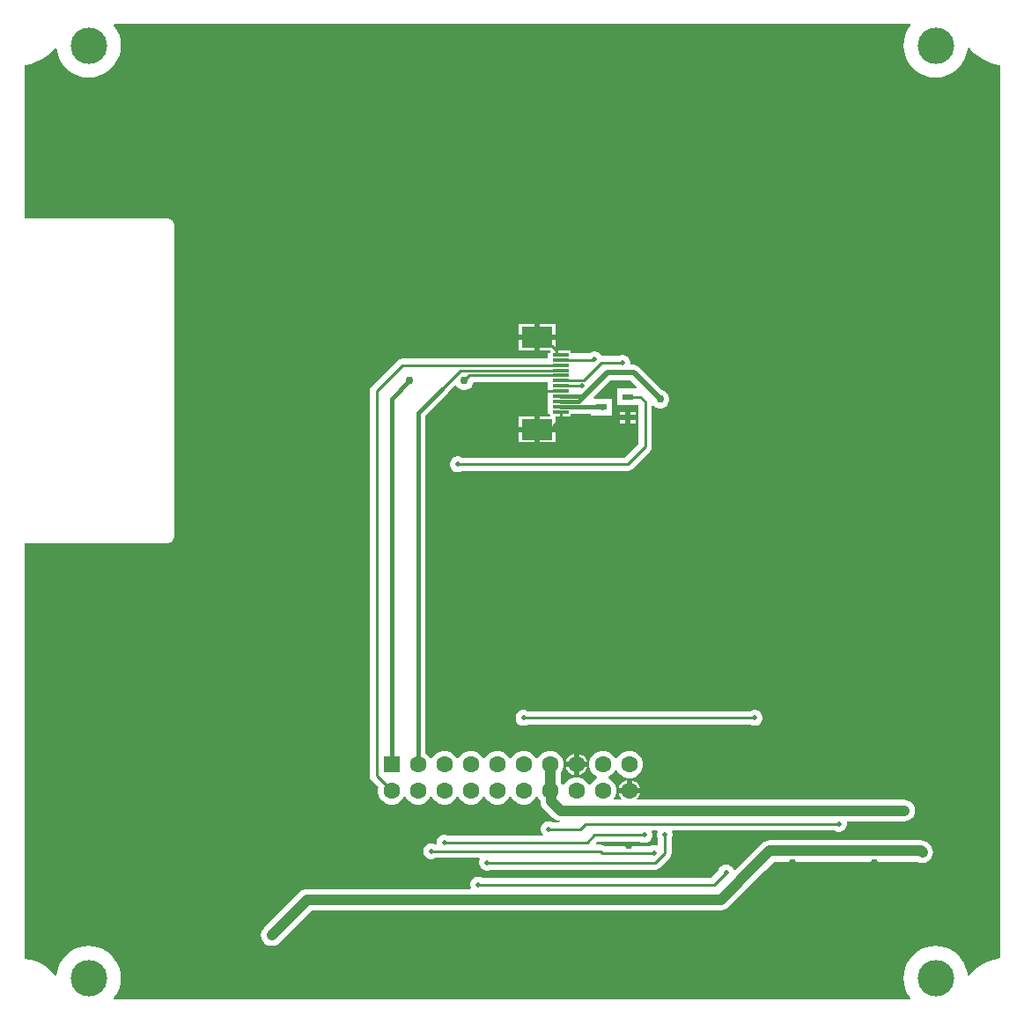
<source format=gbl>
G04*
G04 #@! TF.GenerationSoftware,Altium Limited,Altium Designer,23.10.1 (27)*
G04*
G04 Layer_Physical_Order=2*
G04 Layer_Color=16711680*
%FSLAX44Y44*%
%MOMM*%
G71*
G04*
G04 #@! TF.SameCoordinates,25226DB3-9521-4D1C-9E54-C7AF66E27BCA*
G04*
G04*
G04 #@! TF.FilePolarity,Positive*
G04*
G01*
G75*
%ADD10C,0.2540*%
%ADD31C,1.0160*%
%ADD32C,0.5080*%
%ADD34C,1.6000*%
%ADD35R,1.6000X1.6000*%
%ADD36C,3.5000*%
%ADD37C,0.5080*%
%ADD38C,0.7620*%
%ADD39R,1.0000X0.6000*%
%ADD40R,1.5000X0.3000*%
%ADD41R,3.0000X2.0000*%
%ADD42C,0.3810*%
G36*
X714254Y577790D02*
X713207Y576564D01*
X710671Y572425D01*
X708813Y567940D01*
X707680Y563220D01*
X707299Y558380D01*
X707680Y553540D01*
X708813Y548820D01*
X710671Y544335D01*
X713207Y540195D01*
X716360Y536504D01*
X720051Y533351D01*
X724191Y530815D01*
X728676Y528957D01*
X733396Y527823D01*
X738236Y527443D01*
X743076Y527823D01*
X747796Y528957D01*
X752281Y530815D01*
X756421Y533351D01*
X760112Y536504D01*
X763265Y540195D01*
X765801Y544335D01*
X767659Y548820D01*
X768792Y553540D01*
X768961Y555677D01*
X770269Y556111D01*
X773475Y552455D01*
X777993Y548493D01*
X782990Y545154D01*
X788379Y542497D01*
X794070Y540565D01*
X799964Y539393D01*
X800004Y539390D01*
Y-319521D01*
X794150Y-320685D01*
X788459Y-322617D01*
X783070Y-325275D01*
X778073Y-328613D01*
X773555Y-332575D01*
X770270Y-336322D01*
X768961Y-335887D01*
X768792Y-333740D01*
X767659Y-329020D01*
X765801Y-324535D01*
X763265Y-320396D01*
X760112Y-316704D01*
X756421Y-313551D01*
X752281Y-311015D01*
X747796Y-309157D01*
X743076Y-308023D01*
X738236Y-307643D01*
X733396Y-308023D01*
X728676Y-309157D01*
X724191Y-311015D01*
X720051Y-313551D01*
X716360Y-316704D01*
X713207Y-320396D01*
X710671Y-324535D01*
X708813Y-329020D01*
X707680Y-333740D01*
X707299Y-338580D01*
X707680Y-343420D01*
X708813Y-348140D01*
X710671Y-352625D01*
X713207Y-356765D01*
X714254Y-357990D01*
X713722Y-359144D01*
X-51722D01*
X-52254Y-357990D01*
X-51207Y-356765D01*
X-48671Y-352625D01*
X-46813Y-348140D01*
X-45679Y-343420D01*
X-45299Y-338580D01*
X-45679Y-333740D01*
X-46813Y-329020D01*
X-48671Y-324535D01*
X-51207Y-320396D01*
X-54360Y-316704D01*
X-58051Y-313551D01*
X-62191Y-311015D01*
X-66676Y-309157D01*
X-71396Y-308023D01*
X-76236Y-307643D01*
X-81076Y-308023D01*
X-85796Y-309157D01*
X-90281Y-311015D01*
X-94420Y-313551D01*
X-98112Y-316704D01*
X-101265Y-320396D01*
X-103801Y-324535D01*
X-105659Y-329020D01*
X-106792Y-333740D01*
X-106961Y-335877D01*
X-108269Y-336311D01*
X-111475Y-332655D01*
X-115993Y-328693D01*
X-120990Y-325354D01*
X-126379Y-322697D01*
X-132070Y-320765D01*
X-137964Y-319593D01*
X-138046Y-319587D01*
Y80044D01*
X0D01*
X2279Y80497D01*
X4212Y81788D01*
X5503Y83721D01*
X5957Y86000D01*
X5827Y86651D01*
Y385359D01*
X5954Y386000D01*
X5501Y388279D01*
X4210Y390210D01*
X2279Y391501D01*
X0Y391954D01*
X-138086D01*
Y539310D01*
X-138044Y539313D01*
X-132150Y540485D01*
X-126459Y542417D01*
X-121070Y545075D01*
X-116073Y548413D01*
X-111555Y552375D01*
X-108270Y556122D01*
X-106961Y555687D01*
X-106792Y553540D01*
X-105659Y548820D01*
X-103801Y544335D01*
X-101265Y540195D01*
X-98112Y536504D01*
X-94420Y533351D01*
X-90281Y530815D01*
X-85796Y528957D01*
X-81076Y527823D01*
X-76236Y527443D01*
X-71396Y527823D01*
X-66676Y528957D01*
X-62191Y530815D01*
X-58051Y533351D01*
X-54360Y536504D01*
X-51207Y540195D01*
X-48671Y544335D01*
X-46813Y548820D01*
X-45679Y553540D01*
X-45299Y558380D01*
X-45679Y563220D01*
X-46813Y567940D01*
X-48671Y572425D01*
X-51207Y576564D01*
X-52254Y577790D01*
X-51722Y578943D01*
X713722D01*
X714254Y577790D01*
D02*
G37*
%LPC*%
G36*
X372378Y290416D02*
X357378D01*
Y280416D01*
X372378D01*
Y290416D01*
D02*
G37*
G36*
X352298D02*
X337298D01*
Y280416D01*
X352298D01*
Y290416D01*
D02*
G37*
G36*
Y275336D02*
X337298D01*
Y265336D01*
X352298D01*
Y275336D01*
D02*
G37*
G36*
X372378D02*
X357378D01*
Y265336D01*
X366238D01*
X367399Y265073D01*
X367399Y263510D01*
X366501Y262612D01*
X364859D01*
Y257508D01*
X225379D01*
X222902Y257015D01*
X220801Y255611D01*
X195828Y230638D01*
X194424Y228538D01*
X193932Y226060D01*
Y-143848D01*
X194424Y-146326D01*
X195828Y-148426D01*
X202287Y-154886D01*
X201822Y-156622D01*
Y-160066D01*
X202713Y-163393D01*
X204435Y-166375D01*
X206871Y-168811D01*
X209853Y-170533D01*
X213180Y-171424D01*
X216624D01*
X219951Y-170533D01*
X222933Y-168811D01*
X225369Y-166375D01*
X226895Y-163732D01*
X227299Y-163619D01*
X227905D01*
X228309Y-163732D01*
X229835Y-166375D01*
X232271Y-168811D01*
X235253Y-170533D01*
X238580Y-171424D01*
X242024D01*
X245351Y-170533D01*
X248333Y-168811D01*
X250769Y-166375D01*
X252295Y-163732D01*
X252699Y-163619D01*
X253305D01*
X253709Y-163732D01*
X255235Y-166375D01*
X257671Y-168811D01*
X260653Y-170533D01*
X263980Y-171424D01*
X267424D01*
X270751Y-170533D01*
X273733Y-168811D01*
X276169Y-166375D01*
X277695Y-163732D01*
X278099Y-163619D01*
X278705D01*
X279109Y-163732D01*
X280635Y-166375D01*
X283071Y-168811D01*
X286053Y-170533D01*
X289380Y-171424D01*
X292824D01*
X296151Y-170533D01*
X299133Y-168811D01*
X301569Y-166375D01*
X303095Y-163732D01*
X303499Y-163619D01*
X304105D01*
X304509Y-163732D01*
X306035Y-166375D01*
X308471Y-168811D01*
X311453Y-170533D01*
X314780Y-171424D01*
X318224D01*
X321551Y-170533D01*
X324533Y-168811D01*
X326969Y-166375D01*
X328495Y-163732D01*
X328899Y-163619D01*
X329505D01*
X329909Y-163732D01*
X331435Y-166375D01*
X333871Y-168811D01*
X336853Y-170533D01*
X340180Y-171424D01*
X343624D01*
X346951Y-170533D01*
X349933Y-168811D01*
X352369Y-166375D01*
X353895Y-163732D01*
X354299Y-163619D01*
X354905D01*
X355309Y-163732D01*
X356835Y-166375D01*
X358172Y-167712D01*
Y-168021D01*
X358172Y-168021D01*
X358521Y-170674D01*
X359545Y-173145D01*
X361173Y-175268D01*
X370452Y-184546D01*
X370452Y-184546D01*
X372574Y-186175D01*
X375046Y-187199D01*
X376527Y-187394D01*
X376444Y-188664D01*
X370228D01*
X369143Y-188037D01*
X367205Y-187518D01*
X365199D01*
X363261Y-188037D01*
X361523Y-189041D01*
X360104Y-190459D01*
X359101Y-192197D01*
X358582Y-194135D01*
Y-196141D01*
X359101Y-198079D01*
X360104Y-199817D01*
X360805Y-200518D01*
X360279Y-201788D01*
X269728D01*
X268643Y-201161D01*
X266705Y-200642D01*
X264699D01*
X262761Y-201161D01*
X261023Y-202164D01*
X259604Y-203583D01*
X258601Y-205321D01*
X258082Y-207259D01*
Y-209265D01*
X257912Y-209487D01*
X256948Y-209939D01*
X256060Y-209427D01*
X254122Y-208907D01*
X252115D01*
X250177Y-209427D01*
X248440Y-210430D01*
X247021Y-211849D01*
X246018Y-213586D01*
X245499Y-215524D01*
Y-217530D01*
X246018Y-219468D01*
X247021Y-221206D01*
X248440Y-222625D01*
X250177Y-223628D01*
X252115Y-224147D01*
X254122D01*
X256060Y-223628D01*
X257145Y-223002D01*
X299409D01*
X300044Y-224102D01*
X299731Y-224643D01*
X299212Y-226581D01*
Y-228587D01*
X299731Y-230525D01*
X300735Y-232263D01*
X302153Y-233682D01*
X303891Y-234685D01*
X305829Y-235204D01*
X307835D01*
X309773Y-234685D01*
X310543Y-234240D01*
X468194D01*
X470672Y-233747D01*
X472772Y-232344D01*
X482352Y-222764D01*
X483756Y-220664D01*
X484248Y-218186D01*
Y-204686D01*
X484875Y-203601D01*
X485394Y-201663D01*
Y-199657D01*
X484875Y-197719D01*
X484787Y-197566D01*
X485422Y-196466D01*
X640880D01*
X641965Y-197093D01*
X643903Y-197612D01*
X645909D01*
X647847Y-197093D01*
X649585Y-196089D01*
X651003Y-194671D01*
X652007Y-192933D01*
X652526Y-190995D01*
Y-188989D01*
X652410Y-188555D01*
X653183Y-187548D01*
X708010D01*
X710662Y-187199D01*
X713134Y-186175D01*
X715256Y-184546D01*
X716885Y-182424D01*
X717908Y-179952D01*
X718258Y-177300D01*
X717908Y-174648D01*
X716885Y-172176D01*
X715256Y-170054D01*
X713134Y-168425D01*
X710662Y-167402D01*
X708010Y-167052D01*
X451496D01*
X450970Y-165782D01*
X451936Y-164816D01*
X453324Y-162412D01*
X453733Y-160884D01*
X433271D01*
X433680Y-162412D01*
X435068Y-164816D01*
X436035Y-165782D01*
X435508Y-167052D01*
X429614D01*
X428911Y-165782D01*
X430291Y-163393D01*
X431182Y-160066D01*
Y-156622D01*
X430291Y-153295D01*
X428569Y-150313D01*
X426133Y-147877D01*
X423490Y-146351D01*
X423377Y-145947D01*
Y-145341D01*
X423490Y-144937D01*
X426133Y-143411D01*
X428569Y-140975D01*
X430095Y-138332D01*
X430499Y-138219D01*
X431105D01*
X431509Y-138332D01*
X433035Y-140975D01*
X435471Y-143411D01*
X438453Y-145133D01*
X441780Y-146024D01*
X445224D01*
X448551Y-145133D01*
X451533Y-143411D01*
X453969Y-140975D01*
X455691Y-137993D01*
X456582Y-134666D01*
Y-131222D01*
X455691Y-127895D01*
X453969Y-124913D01*
X451533Y-122477D01*
X448551Y-120755D01*
X445224Y-119864D01*
X441780D01*
X438453Y-120755D01*
X435471Y-122477D01*
X433035Y-124913D01*
X431509Y-127556D01*
X431105Y-127669D01*
X430499D01*
X430095Y-127556D01*
X428569Y-124913D01*
X426133Y-122477D01*
X423151Y-120755D01*
X419824Y-119864D01*
X416380D01*
X413053Y-120755D01*
X410071Y-122477D01*
X407635Y-124913D01*
X405913Y-127895D01*
X405022Y-131222D01*
Y-134666D01*
X405913Y-137993D01*
X407635Y-140975D01*
X410071Y-143411D01*
X412714Y-144937D01*
X412827Y-145341D01*
Y-145947D01*
X412714Y-146351D01*
X410071Y-147877D01*
X407635Y-150313D01*
X406109Y-152956D01*
X405705Y-153069D01*
X405099D01*
X404695Y-152956D01*
X403169Y-150313D01*
X400733Y-147877D01*
X397751Y-146155D01*
X394424Y-145264D01*
X390980D01*
X387653Y-146155D01*
X384671Y-147877D01*
X382235Y-150313D01*
X380709Y-152956D01*
X380305Y-153069D01*
X379699D01*
X379295Y-152956D01*
X377769Y-150313D01*
X377550Y-150094D01*
Y-141194D01*
X377769Y-140975D01*
X379491Y-137993D01*
X380382Y-134666D01*
Y-131222D01*
X379491Y-127895D01*
X377769Y-124913D01*
X375333Y-122477D01*
X372351Y-120755D01*
X369024Y-119864D01*
X365580D01*
X362253Y-120755D01*
X359271Y-122477D01*
X356835Y-124913D01*
X355309Y-127556D01*
X354905Y-127669D01*
X354299D01*
X353895Y-127556D01*
X352369Y-124913D01*
X349933Y-122477D01*
X346951Y-120755D01*
X343624Y-119864D01*
X340180D01*
X336853Y-120755D01*
X333871Y-122477D01*
X331435Y-124913D01*
X329909Y-127556D01*
X329505Y-127669D01*
X328899D01*
X328495Y-127556D01*
X326969Y-124913D01*
X324533Y-122477D01*
X321551Y-120755D01*
X318224Y-119864D01*
X314780D01*
X311453Y-120755D01*
X308471Y-122477D01*
X306035Y-124913D01*
X304509Y-127556D01*
X304105Y-127669D01*
X303499D01*
X303095Y-127556D01*
X301569Y-124913D01*
X299133Y-122477D01*
X296151Y-120755D01*
X292824Y-119864D01*
X289380D01*
X286053Y-120755D01*
X283071Y-122477D01*
X280635Y-124913D01*
X279109Y-127556D01*
X278705Y-127669D01*
X278099D01*
X277695Y-127556D01*
X276169Y-124913D01*
X273733Y-122477D01*
X270751Y-120755D01*
X267424Y-119864D01*
X263980D01*
X260653Y-120755D01*
X257671Y-122477D01*
X255235Y-124913D01*
X253709Y-127556D01*
X253305Y-127669D01*
X252699D01*
X252295Y-127556D01*
X250769Y-124913D01*
X248333Y-122477D01*
X247347Y-121908D01*
Y202078D01*
X268380Y223110D01*
X269499Y224569D01*
X269830Y225368D01*
X276073Y231611D01*
X277333Y231446D01*
X277874Y230507D01*
X279529Y228852D01*
X281557Y227682D01*
X283818Y227076D01*
X286158D01*
X288419Y227682D01*
X290447Y228852D01*
X292102Y230507D01*
X293272Y232535D01*
X293815Y234559D01*
X364859D01*
Y224453D01*
Y209452D01*
Y204454D01*
X366501D01*
X367399Y203555D01*
X367399Y201997D01*
X366203Y201818D01*
X357436D01*
Y191818D01*
X372436D01*
Y200727D01*
X372436Y201818D01*
X373632Y201997D01*
X387479D01*
Y203907D01*
X397354D01*
X398280Y204029D01*
X406988D01*
Y202486D01*
X427148D01*
Y218646D01*
X409991D01*
X409505Y219819D01*
X425586Y235900D01*
X444618D01*
X450699Y229819D01*
X450213Y228646D01*
X431988D01*
Y212486D01*
X452148D01*
X452250Y211258D01*
Y175148D01*
X439278Y162176D01*
X282664D01*
X281579Y162803D01*
X279641Y163322D01*
X277635D01*
X275697Y162803D01*
X273959Y161800D01*
X272540Y160381D01*
X271537Y158643D01*
X271018Y156705D01*
Y154699D01*
X271537Y152761D01*
X272540Y151023D01*
X273959Y149605D01*
X275697Y148601D01*
X277635Y148082D01*
X279641D01*
X281579Y148601D01*
X282664Y149228D01*
X441960D01*
X444438Y149720D01*
X446538Y151124D01*
X463302Y167888D01*
X464706Y169988D01*
X465198Y172466D01*
Y211821D01*
X466468Y212347D01*
X467743Y211072D01*
X469771Y209902D01*
X472032Y209296D01*
X474372D01*
X476633Y209902D01*
X478661Y211072D01*
X480316Y212727D01*
X481486Y214755D01*
X482092Y217016D01*
Y219356D01*
X481486Y221617D01*
X480316Y223645D01*
X478661Y225300D01*
X476633Y226470D01*
X475477Y226780D01*
X453237Y249021D01*
X451645Y250242D01*
X449791Y251010D01*
X447802Y251272D01*
X445239D01*
X444500Y252235D01*
Y254241D01*
X443981Y256179D01*
X442977Y257917D01*
X441559Y259335D01*
X439821Y260339D01*
X437883Y260858D01*
X435877D01*
X433939Y260339D01*
X432854Y259712D01*
X417177D01*
X416307Y261219D01*
X414889Y262638D01*
X413151Y263641D01*
X411213Y264160D01*
X409207D01*
X407269Y263641D01*
X405531Y262638D01*
X405400Y262506D01*
X390019D01*
Y262612D01*
X387479D01*
Y265073D01*
X373539D01*
X372378Y265336D01*
X372378Y266343D01*
Y275336D01*
D02*
G37*
G36*
X449608Y206106D02*
X444608D01*
Y203106D01*
X449608D01*
Y206106D01*
D02*
G37*
G36*
X439528D02*
X434528D01*
Y203106D01*
X439528D01*
Y206106D01*
D02*
G37*
G36*
X449608Y198026D02*
X444608D01*
Y195026D01*
X449608D01*
Y198026D01*
D02*
G37*
G36*
X439528D02*
X434528D01*
Y195026D01*
X439528D01*
Y198026D01*
D02*
G37*
G36*
X352356Y201818D02*
X337356D01*
Y191818D01*
X352356D01*
Y201818D01*
D02*
G37*
G36*
X372436Y186738D02*
X357436D01*
Y176738D01*
X372436D01*
Y186738D01*
D02*
G37*
G36*
X352356D02*
X337356D01*
Y176738D01*
X352356D01*
Y186738D01*
D02*
G37*
G36*
X565119Y-80754D02*
X563113D01*
X561175Y-81273D01*
X560090Y-81900D01*
X345928D01*
X344843Y-81273D01*
X342905Y-80754D01*
X340899D01*
X338961Y-81273D01*
X337223Y-82276D01*
X335804Y-83695D01*
X334801Y-85433D01*
X334282Y-87371D01*
Y-89377D01*
X334801Y-91315D01*
X335804Y-93053D01*
X337223Y-94472D01*
X338961Y-95475D01*
X340899Y-95994D01*
X342905D01*
X344843Y-95475D01*
X345928Y-94848D01*
X560090D01*
X561175Y-95475D01*
X563113Y-95994D01*
X565119D01*
X567057Y-95475D01*
X568795Y-94472D01*
X570214Y-93053D01*
X571217Y-91315D01*
X571736Y-89377D01*
Y-87371D01*
X571217Y-85433D01*
X570214Y-83695D01*
X568795Y-82276D01*
X567057Y-81273D01*
X565119Y-80754D01*
D02*
G37*
G36*
X395242Y-122713D02*
Y-130404D01*
X402933D01*
X402524Y-128876D01*
X401136Y-126472D01*
X399174Y-124510D01*
X396770Y-123122D01*
X395242Y-122713D01*
D02*
G37*
G36*
X390162D02*
X388634Y-123122D01*
X386230Y-124510D01*
X384268Y-126472D01*
X382880Y-128876D01*
X382471Y-130404D01*
X390162D01*
Y-122713D01*
D02*
G37*
G36*
X402933Y-135484D02*
X395242D01*
Y-143175D01*
X396770Y-142766D01*
X399174Y-141378D01*
X401136Y-139416D01*
X402524Y-137012D01*
X402933Y-135484D01*
D02*
G37*
G36*
X390162D02*
X382471D01*
X382880Y-137012D01*
X384268Y-139416D01*
X386230Y-141378D01*
X388634Y-142766D01*
X390162Y-143175D01*
Y-135484D01*
D02*
G37*
G36*
X446042Y-148113D02*
Y-155804D01*
X453733D01*
X453324Y-154276D01*
X451936Y-151872D01*
X449974Y-149910D01*
X447570Y-148522D01*
X446042Y-148113D01*
D02*
G37*
G36*
X440962D02*
X439434Y-148522D01*
X437030Y-149910D01*
X435068Y-151872D01*
X433680Y-154276D01*
X433271Y-155804D01*
X440962D01*
Y-148113D01*
D02*
G37*
G36*
X724266Y-205914D02*
X724266Y-205914D01*
X578470D01*
X575818Y-206264D01*
X573346Y-207287D01*
X571224Y-208916D01*
X571224Y-208916D01*
X559540Y-220600D01*
X559540Y-220600D01*
X545379Y-234761D01*
X543962Y-234382D01*
X543803Y-233787D01*
X542799Y-232049D01*
X541381Y-230630D01*
X539643Y-229627D01*
X537705Y-229108D01*
X535699D01*
X533761Y-229627D01*
X532023Y-230630D01*
X530605Y-232049D01*
X529601Y-233787D01*
X529277Y-234997D01*
X522082Y-242192D01*
X302222D01*
X301137Y-241565D01*
X299199Y-241046D01*
X297193D01*
X295255Y-241565D01*
X293517Y-242568D01*
X292099Y-243987D01*
X291095Y-245725D01*
X290576Y-247663D01*
Y-249669D01*
X291035Y-251380D01*
X290417Y-252650D01*
X133970D01*
X131318Y-252999D01*
X128846Y-254023D01*
X126724Y-255652D01*
X126724Y-255652D01*
X92434Y-289942D01*
X90805Y-292064D01*
X89782Y-294536D01*
X89432Y-297188D01*
X89782Y-299840D01*
X90805Y-302312D01*
X92434Y-304434D01*
X94556Y-306063D01*
X97028Y-307087D01*
X99680Y-307436D01*
X102332Y-307087D01*
X104804Y-306063D01*
X106926Y-304434D01*
X138215Y-273146D01*
X531734D01*
X531734Y-273146D01*
X534386Y-272796D01*
X536858Y-271773D01*
X538980Y-270144D01*
X574032Y-235092D01*
X574032Y-235092D01*
X582715Y-226410D01*
X720661D01*
X722884Y-227330D01*
X725536Y-227680D01*
X728188Y-227330D01*
X730660Y-226307D01*
X732782Y-224678D01*
X734411Y-222556D01*
X735434Y-220084D01*
X735784Y-217432D01*
X735434Y-214780D01*
X734411Y-212308D01*
X732782Y-210186D01*
X731512Y-208916D01*
X729390Y-207287D01*
X726918Y-206264D01*
X724266Y-205914D01*
D02*
G37*
%LPD*%
G36*
X470761Y-197566D02*
X470673Y-197719D01*
X470154Y-199657D01*
Y-201663D01*
X470673Y-203601D01*
X471300Y-204686D01*
Y-210284D01*
X470200Y-210919D01*
X470047Y-210831D01*
X468109Y-210312D01*
X466103D01*
X464165Y-210831D01*
X463080Y-211458D01*
X420014D01*
X418649Y-210546D01*
X416171Y-210053D01*
X411887D01*
X411401Y-208880D01*
X412892Y-207388D01*
X453936D01*
X455021Y-208015D01*
X456959Y-208534D01*
X458965D01*
X460903Y-208015D01*
X462641Y-207012D01*
X464059Y-205593D01*
X465063Y-203855D01*
X465582Y-201917D01*
Y-199911D01*
X465063Y-197973D01*
X464828Y-197566D01*
X465463Y-196466D01*
X470126D01*
X470761Y-197566D01*
D02*
G37*
D10*
X340980Y224020D02*
X341667D01*
X343679Y226032D02*
X377439D01*
X341667Y224020D02*
X343679Y226032D01*
X370078Y192278D02*
X377439Y199639D01*
Y206037D01*
X373617Y261263D02*
X373847Y261033D01*
X363568Y269146D02*
X369326D01*
X354838Y277876D02*
X363568Y269146D01*
X373847Y261033D02*
X377439D01*
X373617Y261263D02*
Y264855D01*
X369326Y269146D02*
X373617Y264855D01*
X416814Y253238D02*
X436880D01*
X399608Y236032D02*
X416814Y253238D01*
X377439Y236032D02*
X399608D01*
X397871Y231033D02*
X398018Y230886D01*
X377439Y231033D02*
X397871D01*
X409015Y256032D02*
X409523Y256540D01*
X410210D01*
X377439Y256032D02*
X409015D01*
X458724Y172466D02*
Y215900D01*
X442068Y220566D02*
X454058D01*
X458724Y215900D01*
X441960Y155702D02*
X458724Y172466D01*
X278638Y155702D02*
X441960D01*
X284988Y235966D02*
X290055Y241033D01*
X377439D01*
X263398Y228092D02*
X281338Y246032D01*
X377439D01*
X200406Y226060D02*
X225379Y251033D01*
X377439D01*
X200406Y-143848D02*
Y226060D01*
Y-143848D02*
X214902Y-158344D01*
X341902Y-88374D02*
X564116D01*
X417576Y-217932D02*
X467106D01*
X416171Y-216527D02*
X417576Y-217932D01*
X253119Y-216527D02*
X416171D01*
X524764Y-248666D02*
X536702Y-236728D01*
X298196Y-248666D02*
X524764D01*
X306832Y-227584D02*
X307014Y-227766D01*
X468194D01*
X401320Y-189992D02*
X644906D01*
X396174Y-195138D02*
X401320Y-189992D01*
X366202Y-195138D02*
X396174D01*
X477774Y-218186D02*
Y-200660D01*
X468194Y-227766D02*
X477774Y-218186D01*
X410210Y-200914D02*
X457962D01*
X402862Y-208262D02*
X410210Y-200914D01*
X265702Y-208262D02*
X402862D01*
D31*
X377698Y-177300D02*
X551800D01*
X368419Y-168021D02*
Y-159461D01*
X367302Y-158344D02*
X368419Y-159461D01*
Y-168021D02*
X377698Y-177300D01*
X367302Y-158344D02*
Y-132944D01*
X629905Y-177300D02*
X708010D01*
X551800D02*
X629905D01*
X220330Y-262898D02*
X457566D01*
X133970D02*
X220330D01*
X99680Y-297188D02*
X133970Y-262898D01*
X724266Y-216162D02*
X725536Y-217432D01*
X566786Y-227846D02*
X578470Y-216162D01*
X724266D01*
X457566Y-262898D02*
X531734D01*
X566786Y-227846D01*
D32*
X399849Y221033D02*
X422402Y243586D01*
X447802D01*
X473202Y218186D01*
D34*
X240302Y-132944D02*
D03*
X214902Y-158344D02*
D03*
X392702Y-132944D02*
D03*
X240302Y-158344D02*
D03*
X443502Y-132944D02*
D03*
X418102D02*
D03*
Y-158344D02*
D03*
X443502D02*
D03*
X392702D02*
D03*
X367302D02*
D03*
X341902D02*
D03*
X316502D02*
D03*
X291102D02*
D03*
X265702D02*
D03*
X367302Y-132944D02*
D03*
X341902D02*
D03*
X316502D02*
D03*
X291102D02*
D03*
X265702D02*
D03*
D35*
X214902D02*
D03*
D36*
X-76236Y-338580D02*
D03*
X738236D02*
D03*
X-76236Y558380D02*
D03*
X738236D02*
D03*
D37*
X786750Y521200D02*
D03*
Y475480D02*
D03*
Y429760D02*
D03*
Y384040D02*
D03*
Y338320D02*
D03*
Y292600D02*
D03*
Y246880D02*
D03*
Y201160D02*
D03*
Y155440D02*
D03*
Y109720D02*
D03*
Y64000D02*
D03*
Y18280D02*
D03*
Y-27440D02*
D03*
Y-73160D02*
D03*
Y-118880D02*
D03*
Y-164600D02*
D03*
Y-210320D02*
D03*
Y-256040D02*
D03*
Y-301760D02*
D03*
X775320Y544060D02*
D03*
X763890Y521200D02*
D03*
X775320Y498340D02*
D03*
X763890Y475480D02*
D03*
X775320Y452620D02*
D03*
X763890Y429760D02*
D03*
X775320Y406900D02*
D03*
X763890Y384040D02*
D03*
X775320Y361180D02*
D03*
X763890Y338320D02*
D03*
X775320Y315460D02*
D03*
X763890Y292600D02*
D03*
X775320Y269740D02*
D03*
X763890Y246880D02*
D03*
X775320Y224020D02*
D03*
X763890Y201160D02*
D03*
X775320Y178300D02*
D03*
X763890Y155440D02*
D03*
X775320Y132580D02*
D03*
X763890Y109720D02*
D03*
X775320Y86860D02*
D03*
X763890Y64000D02*
D03*
X775320Y41140D02*
D03*
X763890Y18280D02*
D03*
X775320Y-4580D02*
D03*
X763890Y-27440D02*
D03*
X775320Y-50300D02*
D03*
X763890Y-73160D02*
D03*
X775320Y-96020D02*
D03*
X763890Y-118880D02*
D03*
X775320Y-141740D02*
D03*
X763890Y-164600D02*
D03*
X775320Y-187460D02*
D03*
X763890Y-210320D02*
D03*
X775320Y-233180D02*
D03*
X763890Y-256040D02*
D03*
X775320Y-278900D02*
D03*
X763890Y-301760D02*
D03*
X775320Y-324620D02*
D03*
X741030Y521200D02*
D03*
X752460Y498340D02*
D03*
X741030Y475480D02*
D03*
X752460Y452620D02*
D03*
X741030Y429760D02*
D03*
X752460Y406900D02*
D03*
X741030Y384040D02*
D03*
X752460Y361180D02*
D03*
X741030Y338320D02*
D03*
X752460Y315460D02*
D03*
X741030Y292600D02*
D03*
X752460Y269740D02*
D03*
X741030Y246880D02*
D03*
X752460Y224020D02*
D03*
X741030Y201160D02*
D03*
X752460Y178300D02*
D03*
X741030Y155440D02*
D03*
X752460Y132580D02*
D03*
X741030Y109720D02*
D03*
X752460Y86860D02*
D03*
X741030Y64000D02*
D03*
X752460Y41140D02*
D03*
X741030Y18280D02*
D03*
X752460Y-4580D02*
D03*
X741030Y-27440D02*
D03*
X752460Y-50300D02*
D03*
X741030Y-73160D02*
D03*
X752460Y-96020D02*
D03*
X741030Y-118880D02*
D03*
X752460Y-141740D02*
D03*
X741030Y-164600D02*
D03*
X752460Y-187460D02*
D03*
X741030Y-210320D02*
D03*
X752460Y-233180D02*
D03*
X741030Y-256040D02*
D03*
X752460Y-278900D02*
D03*
X741030Y-301760D02*
D03*
X718170Y521200D02*
D03*
X729600Y498340D02*
D03*
X718170Y475480D02*
D03*
X729600Y452620D02*
D03*
X718170Y429760D02*
D03*
X729600Y406900D02*
D03*
X718170Y384040D02*
D03*
X729600Y361180D02*
D03*
X718170Y338320D02*
D03*
X729600Y315460D02*
D03*
X718170Y292600D02*
D03*
X729600Y269740D02*
D03*
X718170Y246880D02*
D03*
X729600Y224020D02*
D03*
X718170Y201160D02*
D03*
X729600Y178300D02*
D03*
Y-233180D02*
D03*
X718170Y-256040D02*
D03*
X729600Y-278900D02*
D03*
X718170Y-301760D02*
D03*
X695310Y566920D02*
D03*
X706740Y544060D02*
D03*
X695310Y521200D02*
D03*
X706740Y498340D02*
D03*
X695310Y475480D02*
D03*
X706740Y452620D02*
D03*
X695310Y429760D02*
D03*
X706740Y406900D02*
D03*
X695310Y384040D02*
D03*
X706740Y361180D02*
D03*
X695310Y338320D02*
D03*
X706740Y315460D02*
D03*
X695310Y292600D02*
D03*
X706740Y269740D02*
D03*
X695310Y246880D02*
D03*
X706740Y224020D02*
D03*
X695310Y155440D02*
D03*
X706740Y132580D02*
D03*
X695310Y109720D02*
D03*
X706740Y86860D02*
D03*
X695310Y64000D02*
D03*
X706740Y41140D02*
D03*
X695310Y18280D02*
D03*
X706740Y-4580D02*
D03*
X695310Y-27440D02*
D03*
X706740Y-50300D02*
D03*
X695310Y-73160D02*
D03*
X706740Y-96020D02*
D03*
X695310Y-118880D02*
D03*
X706740Y-141740D02*
D03*
X695310Y-256040D02*
D03*
Y-301760D02*
D03*
X706740Y-324620D02*
D03*
X695310Y-347480D02*
D03*
X672450Y566920D02*
D03*
X683880Y544060D02*
D03*
X672450Y521200D02*
D03*
X683880Y498340D02*
D03*
X672450Y475480D02*
D03*
X683880Y452620D02*
D03*
X672450Y429760D02*
D03*
X683880Y406900D02*
D03*
X672450Y384040D02*
D03*
X683880Y361180D02*
D03*
X672450Y338320D02*
D03*
X683880Y315460D02*
D03*
X672450Y292600D02*
D03*
X683880Y269740D02*
D03*
X672450Y246880D02*
D03*
X683880Y224020D02*
D03*
Y178300D02*
D03*
X672450Y155440D02*
D03*
X683880Y132580D02*
D03*
X672450Y109720D02*
D03*
X683880Y86860D02*
D03*
X672450Y64000D02*
D03*
X683880Y41140D02*
D03*
X672450Y18280D02*
D03*
X683880Y-4580D02*
D03*
X672450Y-27440D02*
D03*
X683880Y-50300D02*
D03*
X672450Y-73160D02*
D03*
X683880Y-96020D02*
D03*
X672450Y-118880D02*
D03*
X683880Y-141740D02*
D03*
X672450Y-256040D02*
D03*
Y-301760D02*
D03*
X683880Y-324620D02*
D03*
X672450Y-347480D02*
D03*
X649590Y566920D02*
D03*
X661020Y544060D02*
D03*
X649590Y521200D02*
D03*
X661020Y498340D02*
D03*
X649590Y475480D02*
D03*
X661020Y452620D02*
D03*
X649590Y429760D02*
D03*
X661020Y406900D02*
D03*
X649590Y384040D02*
D03*
X661020Y361180D02*
D03*
X649590Y338320D02*
D03*
X661020Y315460D02*
D03*
X649590Y292600D02*
D03*
X661020Y269740D02*
D03*
X649590Y246880D02*
D03*
Y201160D02*
D03*
X661020Y178300D02*
D03*
X649590Y155440D02*
D03*
X661020Y132580D02*
D03*
X649590Y109720D02*
D03*
X661020Y86860D02*
D03*
X649590Y64000D02*
D03*
X661020Y41140D02*
D03*
X649590Y18280D02*
D03*
X661020Y-4580D02*
D03*
X649590Y-27440D02*
D03*
X661020Y-50300D02*
D03*
X649590Y-73160D02*
D03*
X661020Y-96020D02*
D03*
X649590Y-118880D02*
D03*
X661020Y-141740D02*
D03*
X649590Y-256040D02*
D03*
X661020Y-278900D02*
D03*
X649590Y-301760D02*
D03*
X661020Y-324620D02*
D03*
X649590Y-347480D02*
D03*
X626730Y566920D02*
D03*
X638160Y544060D02*
D03*
X626730Y521200D02*
D03*
X638160Y498340D02*
D03*
X626730Y475480D02*
D03*
X638160Y452620D02*
D03*
X626730Y429760D02*
D03*
X638160Y406900D02*
D03*
X626730Y384040D02*
D03*
X638160Y361180D02*
D03*
X626730Y338320D02*
D03*
X638160Y315460D02*
D03*
X626730Y292600D02*
D03*
X638160Y269740D02*
D03*
X626730Y246880D02*
D03*
Y201160D02*
D03*
X638160Y178300D02*
D03*
X626730Y155440D02*
D03*
X638160Y132580D02*
D03*
X626730Y109720D02*
D03*
X638160Y86860D02*
D03*
X626730Y64000D02*
D03*
X638160Y41140D02*
D03*
X626730Y18280D02*
D03*
X638160Y-4580D02*
D03*
X626730Y-27440D02*
D03*
X638160Y-50300D02*
D03*
X626730Y-73160D02*
D03*
X638160Y-96020D02*
D03*
X626730Y-118880D02*
D03*
X638160Y-141740D02*
D03*
Y-233180D02*
D03*
X626730Y-256040D02*
D03*
X638160Y-278900D02*
D03*
X626730Y-301760D02*
D03*
X638160Y-324620D02*
D03*
X626730Y-347480D02*
D03*
X603870Y566920D02*
D03*
X615300Y544060D02*
D03*
X603870Y521200D02*
D03*
X615300Y498340D02*
D03*
X603870Y475480D02*
D03*
X615300Y452620D02*
D03*
X603870Y429760D02*
D03*
X615300Y406900D02*
D03*
X603870Y384040D02*
D03*
X615300Y361180D02*
D03*
X603870Y338320D02*
D03*
X615300Y315460D02*
D03*
X603870Y292600D02*
D03*
X615300Y269740D02*
D03*
X603870Y246880D02*
D03*
Y201160D02*
D03*
X615300Y178300D02*
D03*
X603870Y155440D02*
D03*
X615300Y132580D02*
D03*
X603870Y109720D02*
D03*
X615300Y86860D02*
D03*
X603870Y64000D02*
D03*
X615300Y41140D02*
D03*
X603870Y18280D02*
D03*
X615300Y-4580D02*
D03*
X603870Y-27440D02*
D03*
X615300Y-50300D02*
D03*
X603870Y-73160D02*
D03*
X615300Y-96020D02*
D03*
X603870Y-118880D02*
D03*
X615300Y-141740D02*
D03*
X603870Y-256040D02*
D03*
X615300Y-324620D02*
D03*
X603870Y-347480D02*
D03*
X581010Y566920D02*
D03*
X592440Y544060D02*
D03*
X581010Y521200D02*
D03*
X592440Y498340D02*
D03*
X581010Y475480D02*
D03*
X592440Y452620D02*
D03*
X581010Y429760D02*
D03*
X592440Y406900D02*
D03*
X581010Y384040D02*
D03*
X592440Y361180D02*
D03*
X581010Y338320D02*
D03*
X592440Y315460D02*
D03*
X581010Y292600D02*
D03*
X592440Y269740D02*
D03*
X581010Y246880D02*
D03*
Y201160D02*
D03*
X592440Y178300D02*
D03*
X581010Y155440D02*
D03*
X592440Y132580D02*
D03*
X581010Y109720D02*
D03*
X592440Y86860D02*
D03*
X581010Y64000D02*
D03*
X592440Y41140D02*
D03*
X581010Y18280D02*
D03*
X592440Y-4580D02*
D03*
X581010Y-27440D02*
D03*
X592440Y-50300D02*
D03*
X581010Y-73160D02*
D03*
X592440Y-96020D02*
D03*
X581010Y-118880D02*
D03*
X592440Y-141740D02*
D03*
Y-324620D02*
D03*
X581010Y-347480D02*
D03*
X558150Y566920D02*
D03*
X569580Y544060D02*
D03*
X558150Y521200D02*
D03*
X569580Y498340D02*
D03*
X558150Y475480D02*
D03*
X569580Y452620D02*
D03*
X558150Y429760D02*
D03*
X569580Y406900D02*
D03*
X558150Y384040D02*
D03*
X569580Y361180D02*
D03*
X558150Y338320D02*
D03*
X569580Y315460D02*
D03*
X558150Y292600D02*
D03*
X569580Y269740D02*
D03*
X558150Y246880D02*
D03*
Y201160D02*
D03*
X569580Y178300D02*
D03*
X558150Y155440D02*
D03*
X569580Y132580D02*
D03*
X558150Y109720D02*
D03*
X569580Y86860D02*
D03*
X558150Y64000D02*
D03*
X569580Y41140D02*
D03*
X558150Y18280D02*
D03*
X569580Y-4580D02*
D03*
X558150Y-27440D02*
D03*
X569580Y-50300D02*
D03*
X558150Y-73160D02*
D03*
X569580Y-324620D02*
D03*
X558150Y-347480D02*
D03*
X535290Y566920D02*
D03*
X546720Y544060D02*
D03*
X535290Y521200D02*
D03*
X546720Y498340D02*
D03*
X535290Y475480D02*
D03*
X546720Y452620D02*
D03*
X535290Y429760D02*
D03*
X546720Y406900D02*
D03*
X535290Y384040D02*
D03*
X546720Y361180D02*
D03*
X535290Y338320D02*
D03*
X546720Y315460D02*
D03*
X535290Y292600D02*
D03*
X546720Y269740D02*
D03*
X535290Y246880D02*
D03*
Y201160D02*
D03*
X546720Y178300D02*
D03*
X535290Y155440D02*
D03*
X546720Y132580D02*
D03*
X535290Y109720D02*
D03*
X546720Y86860D02*
D03*
X535290Y64000D02*
D03*
X546720Y41140D02*
D03*
X535290Y18280D02*
D03*
X546720Y-4580D02*
D03*
X535290Y-27440D02*
D03*
X546720Y-50300D02*
D03*
X535290Y-73160D02*
D03*
Y-118880D02*
D03*
X546720Y-141740D02*
D03*
Y-324620D02*
D03*
X535290Y-347480D02*
D03*
X512430Y566920D02*
D03*
X523860Y544060D02*
D03*
X512430Y521200D02*
D03*
X523860Y498340D02*
D03*
X512430Y475480D02*
D03*
X523860Y452620D02*
D03*
X512430Y429760D02*
D03*
X523860Y406900D02*
D03*
X512430Y384040D02*
D03*
X523860Y361180D02*
D03*
X512430Y338320D02*
D03*
X523860Y315460D02*
D03*
X512430Y292600D02*
D03*
X523860Y269740D02*
D03*
X512430Y246880D02*
D03*
Y201160D02*
D03*
X523860Y178300D02*
D03*
X512430Y155440D02*
D03*
X523860Y132580D02*
D03*
X512430Y109720D02*
D03*
X523860Y86860D02*
D03*
X512430Y64000D02*
D03*
X523860Y41140D02*
D03*
X512430Y18280D02*
D03*
X523860Y-4580D02*
D03*
X512430Y-27440D02*
D03*
X523860Y-50300D02*
D03*
X512430Y-73160D02*
D03*
Y-118880D02*
D03*
X523860Y-141740D02*
D03*
Y-278900D02*
D03*
X512430Y-301760D02*
D03*
X523860Y-324620D02*
D03*
X512430Y-347480D02*
D03*
X489570Y566920D02*
D03*
X501000Y544060D02*
D03*
X489570Y521200D02*
D03*
X501000Y498340D02*
D03*
X489570Y475480D02*
D03*
X501000Y452620D02*
D03*
X489570Y429760D02*
D03*
X501000Y406900D02*
D03*
X489570Y384040D02*
D03*
X501000Y361180D02*
D03*
X489570Y338320D02*
D03*
X501000Y315460D02*
D03*
X489570Y292600D02*
D03*
X501000Y269740D02*
D03*
X489570Y246880D02*
D03*
Y201160D02*
D03*
X501000Y178300D02*
D03*
X489570Y155440D02*
D03*
X501000Y132580D02*
D03*
X489570Y109720D02*
D03*
X501000Y86860D02*
D03*
X489570Y64000D02*
D03*
X501000Y41140D02*
D03*
X489570Y18280D02*
D03*
X501000Y-4580D02*
D03*
X489570Y-27440D02*
D03*
X501000Y-50300D02*
D03*
X489570Y-73160D02*
D03*
Y-118880D02*
D03*
X501000Y-141740D02*
D03*
Y-233180D02*
D03*
Y-278900D02*
D03*
X489570Y-301760D02*
D03*
X501000Y-324620D02*
D03*
X489570Y-347480D02*
D03*
X466710Y566920D02*
D03*
X478140Y544060D02*
D03*
X466710Y521200D02*
D03*
X478140Y498340D02*
D03*
X466710Y475480D02*
D03*
X478140Y452620D02*
D03*
X466710Y429760D02*
D03*
X478140Y406900D02*
D03*
X466710Y384040D02*
D03*
X478140Y361180D02*
D03*
X466710Y338320D02*
D03*
X478140Y315460D02*
D03*
X466710Y292600D02*
D03*
X478140Y269740D02*
D03*
X466710Y246880D02*
D03*
X478140Y178300D02*
D03*
X466710Y155440D02*
D03*
X478140Y132580D02*
D03*
X466710Y109720D02*
D03*
X478140Y86860D02*
D03*
X466710Y64000D02*
D03*
X478140Y41140D02*
D03*
X466710Y18280D02*
D03*
X478140Y-4580D02*
D03*
X466710Y-27440D02*
D03*
X478140Y-50300D02*
D03*
X466710Y-73160D02*
D03*
Y-118880D02*
D03*
X478140Y-141740D02*
D03*
Y-233180D02*
D03*
Y-278900D02*
D03*
Y-324620D02*
D03*
X466710Y-347480D02*
D03*
X443850Y566920D02*
D03*
X455280Y544060D02*
D03*
X443850Y521200D02*
D03*
X455280Y498340D02*
D03*
X443850Y475480D02*
D03*
X455280Y452620D02*
D03*
X443850Y429760D02*
D03*
X455280Y406900D02*
D03*
X443850Y384040D02*
D03*
X455280Y361180D02*
D03*
X443850Y338320D02*
D03*
X455280Y315460D02*
D03*
X443850Y292600D02*
D03*
X455280Y269740D02*
D03*
Y132580D02*
D03*
Y86860D02*
D03*
Y41140D02*
D03*
Y-4580D02*
D03*
Y-50300D02*
D03*
X443850Y-347480D02*
D03*
X420990Y566920D02*
D03*
X432420Y544060D02*
D03*
X420990Y521200D02*
D03*
X432420Y498340D02*
D03*
X420990Y475480D02*
D03*
X432420Y452620D02*
D03*
X420990Y429760D02*
D03*
X432420Y406900D02*
D03*
X420990Y384040D02*
D03*
X432420Y361180D02*
D03*
X420990Y338320D02*
D03*
X432420Y315460D02*
D03*
X420990Y292600D02*
D03*
X432420Y269740D02*
D03*
Y178300D02*
D03*
Y132580D02*
D03*
Y86860D02*
D03*
Y41140D02*
D03*
Y-4580D02*
D03*
Y-50300D02*
D03*
X420990Y-347480D02*
D03*
X398130Y566920D02*
D03*
X409560Y544060D02*
D03*
X398130Y521200D02*
D03*
X409560Y498340D02*
D03*
X398130Y475480D02*
D03*
X409560Y452620D02*
D03*
X398130Y429760D02*
D03*
X409560Y406900D02*
D03*
X398130Y384040D02*
D03*
X409560Y361180D02*
D03*
X398130Y338320D02*
D03*
X409560Y315460D02*
D03*
X398130Y292600D02*
D03*
X409560Y269740D02*
D03*
Y-324620D02*
D03*
X398130Y-347480D02*
D03*
X375270Y566920D02*
D03*
X386700Y544060D02*
D03*
X375270Y521200D02*
D03*
X386700Y498340D02*
D03*
X375270Y475480D02*
D03*
X386700Y452620D02*
D03*
X375270Y429760D02*
D03*
X386700Y406900D02*
D03*
X375270Y384040D02*
D03*
X386700Y361180D02*
D03*
X375270Y338320D02*
D03*
X386700Y315460D02*
D03*
Y132580D02*
D03*
X375270Y109720D02*
D03*
X386700Y86860D02*
D03*
X375270Y64000D02*
D03*
X386700Y41140D02*
D03*
X375270Y18280D02*
D03*
X386700Y-4580D02*
D03*
X375270Y-27440D02*
D03*
X386700Y-50300D02*
D03*
X375270Y-73160D02*
D03*
Y-301760D02*
D03*
X386700Y-324620D02*
D03*
X375270Y-347480D02*
D03*
X352410Y566920D02*
D03*
X363840Y544060D02*
D03*
X352410Y521200D02*
D03*
X363840Y498340D02*
D03*
X352410Y475480D02*
D03*
X363840Y452620D02*
D03*
X352410Y429760D02*
D03*
X363840Y406900D02*
D03*
X352410Y384040D02*
D03*
X363840Y361180D02*
D03*
X352410Y338320D02*
D03*
X363840Y315460D02*
D03*
Y132580D02*
D03*
X352410Y109720D02*
D03*
X363840Y86860D02*
D03*
X352410Y64000D02*
D03*
X363840Y41140D02*
D03*
X352410Y18280D02*
D03*
X363840Y-4580D02*
D03*
X352410Y-27440D02*
D03*
X363840Y-50300D02*
D03*
X352410Y-73160D02*
D03*
Y-118880D02*
D03*
Y-301760D02*
D03*
X363840Y-324620D02*
D03*
X329550Y566920D02*
D03*
X340980Y544060D02*
D03*
X329550Y521200D02*
D03*
X340980Y498340D02*
D03*
X329550Y475480D02*
D03*
X340980Y452620D02*
D03*
X329550Y429760D02*
D03*
X340980Y406900D02*
D03*
X329550Y384040D02*
D03*
X340980Y361180D02*
D03*
X329550Y338320D02*
D03*
X340980Y315460D02*
D03*
Y224020D02*
D03*
Y132580D02*
D03*
X329550Y109720D02*
D03*
X340980Y86860D02*
D03*
X329550Y64000D02*
D03*
X340980Y41140D02*
D03*
X329550Y18280D02*
D03*
X340980Y-4580D02*
D03*
X329550Y-27440D02*
D03*
X340980Y-50300D02*
D03*
X329550Y-73160D02*
D03*
Y-118880D02*
D03*
X340980Y-278900D02*
D03*
X329550Y-301760D02*
D03*
X306690Y566920D02*
D03*
X318120Y544060D02*
D03*
X306690Y521200D02*
D03*
X318120Y498340D02*
D03*
X306690Y475480D02*
D03*
X318120Y452620D02*
D03*
X306690Y429760D02*
D03*
X318120Y406900D02*
D03*
X306690Y384040D02*
D03*
X318120Y361180D02*
D03*
X306690Y338320D02*
D03*
X318120Y315460D02*
D03*
X306690Y292600D02*
D03*
X318120Y269740D02*
D03*
Y224020D02*
D03*
X306690Y201160D02*
D03*
X318120Y178300D02*
D03*
Y132580D02*
D03*
X306690Y109720D02*
D03*
X318120Y86860D02*
D03*
X306690Y64000D02*
D03*
X318120Y41140D02*
D03*
X306690Y18280D02*
D03*
X318120Y-4580D02*
D03*
X306690Y-27440D02*
D03*
X318120Y-50300D02*
D03*
X306690Y-73160D02*
D03*
X318120Y-96020D02*
D03*
X306690Y-118880D02*
D03*
X318120Y-278900D02*
D03*
X306690Y-301760D02*
D03*
X283830Y566920D02*
D03*
X295260Y544060D02*
D03*
X283830Y521200D02*
D03*
X295260Y498340D02*
D03*
X283830Y475480D02*
D03*
X295260Y452620D02*
D03*
X283830Y429760D02*
D03*
X295260Y406900D02*
D03*
X283830Y384040D02*
D03*
X295260Y361180D02*
D03*
X283830Y338320D02*
D03*
X295260Y315460D02*
D03*
X283830Y292600D02*
D03*
X295260Y269740D02*
D03*
Y224020D02*
D03*
X283830Y201160D02*
D03*
X295260Y178300D02*
D03*
Y132580D02*
D03*
X283830Y109720D02*
D03*
X295260Y86860D02*
D03*
X283830Y64000D02*
D03*
X295260Y41140D02*
D03*
X283830Y18280D02*
D03*
X295260Y-4580D02*
D03*
X283830Y-27440D02*
D03*
X295260Y-50300D02*
D03*
X283830Y-73160D02*
D03*
X295260Y-96020D02*
D03*
X283830Y-118880D02*
D03*
X295260Y-324620D02*
D03*
X283830Y-347480D02*
D03*
X260970Y566920D02*
D03*
X272400Y544060D02*
D03*
X260970Y521200D02*
D03*
X272400Y498340D02*
D03*
X260970Y475480D02*
D03*
X272400Y452620D02*
D03*
X260970Y429760D02*
D03*
X272400Y406900D02*
D03*
X260970Y384040D02*
D03*
X272400Y361180D02*
D03*
X260970Y338320D02*
D03*
X272400Y315460D02*
D03*
X260970Y292600D02*
D03*
X272400Y269740D02*
D03*
Y224020D02*
D03*
X260970Y201160D02*
D03*
X272400Y178300D02*
D03*
Y132580D02*
D03*
X260970Y109720D02*
D03*
X272400Y86860D02*
D03*
X260970Y64000D02*
D03*
X272400Y41140D02*
D03*
X260970Y18280D02*
D03*
X272400Y-4580D02*
D03*
X260970Y-27440D02*
D03*
X272400Y-50300D02*
D03*
X260970Y-73160D02*
D03*
X272400Y-96020D02*
D03*
Y-324620D02*
D03*
X260970Y-347480D02*
D03*
X238110Y566920D02*
D03*
X249540Y544060D02*
D03*
X238110Y521200D02*
D03*
X249540Y498340D02*
D03*
X238110Y475480D02*
D03*
X249540Y452620D02*
D03*
X238110Y429760D02*
D03*
X249540Y406900D02*
D03*
X238110Y384040D02*
D03*
X249540Y361180D02*
D03*
X238110Y338320D02*
D03*
X249540Y315460D02*
D03*
X238110Y292600D02*
D03*
X249540Y269740D02*
D03*
X238110Y-210320D02*
D03*
X249540Y-324620D02*
D03*
X238110Y-347480D02*
D03*
X215250Y566920D02*
D03*
X226680Y544060D02*
D03*
X215250Y521200D02*
D03*
X226680Y498340D02*
D03*
X215250Y475480D02*
D03*
X226680Y452620D02*
D03*
X215250Y429760D02*
D03*
X226680Y406900D02*
D03*
X215250Y384040D02*
D03*
X226680Y361180D02*
D03*
X215250Y338320D02*
D03*
X226680Y315460D02*
D03*
X215250Y292600D02*
D03*
X226680Y269740D02*
D03*
X215250Y-210320D02*
D03*
Y-301760D02*
D03*
X226680Y-324620D02*
D03*
X215250Y-347480D02*
D03*
X192390Y566920D02*
D03*
X203820Y544060D02*
D03*
X192390Y521200D02*
D03*
X203820Y498340D02*
D03*
X192390Y475480D02*
D03*
X203820Y452620D02*
D03*
X192390Y429760D02*
D03*
X203820Y406900D02*
D03*
X192390Y384040D02*
D03*
X203820Y361180D02*
D03*
X192390Y338320D02*
D03*
X203820Y315460D02*
D03*
X192390Y292600D02*
D03*
X203820Y269740D02*
D03*
X192390Y246880D02*
D03*
Y-164600D02*
D03*
Y-210320D02*
D03*
X203820Y-233180D02*
D03*
X192390Y-301760D02*
D03*
X203820Y-324620D02*
D03*
X192390Y-347480D02*
D03*
X169530Y566920D02*
D03*
X180960Y544060D02*
D03*
X169530Y521200D02*
D03*
X180960Y498340D02*
D03*
X169530Y475480D02*
D03*
X180960Y452620D02*
D03*
X169530Y429760D02*
D03*
X180960Y406900D02*
D03*
X169530Y384040D02*
D03*
X180960Y361180D02*
D03*
X169530Y338320D02*
D03*
X180960Y315460D02*
D03*
X169530Y292600D02*
D03*
X180960Y269740D02*
D03*
X169530Y246880D02*
D03*
X180960Y224020D02*
D03*
X169530Y201160D02*
D03*
X180960Y178300D02*
D03*
Y132580D02*
D03*
X169530Y109720D02*
D03*
X180960Y86860D02*
D03*
X169530Y64000D02*
D03*
X180960Y41140D02*
D03*
X169530Y18280D02*
D03*
X180960Y-4580D02*
D03*
X169530Y-27440D02*
D03*
X180960Y-50300D02*
D03*
X169530Y-73160D02*
D03*
X180960Y-96020D02*
D03*
X169530Y-118880D02*
D03*
X180960Y-141740D02*
D03*
X169530Y-210320D02*
D03*
X180960Y-233180D02*
D03*
X169530Y-301760D02*
D03*
X180960Y-324620D02*
D03*
X169530Y-347480D02*
D03*
X146670Y566920D02*
D03*
X158100Y544060D02*
D03*
X146670Y521200D02*
D03*
X158100Y498340D02*
D03*
X146670Y475480D02*
D03*
X158100Y452620D02*
D03*
X146670Y429760D02*
D03*
X158100Y406900D02*
D03*
X146670Y384040D02*
D03*
X158100Y361180D02*
D03*
X146670Y338320D02*
D03*
X158100Y315460D02*
D03*
X146670Y292600D02*
D03*
X158100Y269740D02*
D03*
X146670Y246880D02*
D03*
X158100Y224020D02*
D03*
X146670Y201160D02*
D03*
X158100Y178300D02*
D03*
X146670Y155440D02*
D03*
Y109720D02*
D03*
X158100Y86860D02*
D03*
X146670Y64000D02*
D03*
X158100Y41140D02*
D03*
X146670Y18280D02*
D03*
X158100Y-4580D02*
D03*
X146670Y-27440D02*
D03*
X158100Y-50300D02*
D03*
X146670Y-73160D02*
D03*
X158100Y-96020D02*
D03*
X146670Y-118880D02*
D03*
X158100Y-187460D02*
D03*
X146670Y-210320D02*
D03*
X158100Y-233180D02*
D03*
Y-278900D02*
D03*
X146670Y-301760D02*
D03*
X158100Y-324620D02*
D03*
X146670Y-347480D02*
D03*
X123810Y566920D02*
D03*
X135240Y544060D02*
D03*
X123810Y521200D02*
D03*
X135240Y498340D02*
D03*
X123810Y475480D02*
D03*
X135240Y452620D02*
D03*
X123810Y429760D02*
D03*
X135240Y406900D02*
D03*
X123810Y384040D02*
D03*
X135240Y361180D02*
D03*
X123810Y338320D02*
D03*
X135240Y315460D02*
D03*
X123810Y292600D02*
D03*
X135240Y269740D02*
D03*
X123810Y246880D02*
D03*
X135240Y224020D02*
D03*
X123810Y201160D02*
D03*
X135240Y178300D02*
D03*
X123810Y155440D02*
D03*
X135240Y132580D02*
D03*
X123810Y109720D02*
D03*
Y64000D02*
D03*
Y18280D02*
D03*
Y-27440D02*
D03*
Y-73160D02*
D03*
Y-118880D02*
D03*
X135240Y-187460D02*
D03*
Y-324620D02*
D03*
X123810Y-347480D02*
D03*
X100950Y566920D02*
D03*
X112380Y544060D02*
D03*
X100950Y521200D02*
D03*
X112380Y498340D02*
D03*
X100950Y475480D02*
D03*
X112380Y452620D02*
D03*
X100950Y429760D02*
D03*
X112380Y406900D02*
D03*
X100950Y384040D02*
D03*
X112380Y361180D02*
D03*
X100950Y338320D02*
D03*
X112380Y315460D02*
D03*
X100950Y292600D02*
D03*
X112380Y269740D02*
D03*
X100950Y246880D02*
D03*
X112380Y224020D02*
D03*
X100950Y201160D02*
D03*
X112380Y178300D02*
D03*
X100950Y155440D02*
D03*
X112380Y132580D02*
D03*
X100950Y109720D02*
D03*
X112380Y86860D02*
D03*
X100950Y64000D02*
D03*
X112380Y41140D02*
D03*
X100950Y18280D02*
D03*
X112380Y-4580D02*
D03*
X100950Y-27440D02*
D03*
X112380Y-50300D02*
D03*
X100950Y-73160D02*
D03*
X112380Y-96020D02*
D03*
X100950Y-118880D02*
D03*
X112380Y-141740D02*
D03*
X100950Y-164600D02*
D03*
X112380Y-187460D02*
D03*
X100950Y-210320D02*
D03*
X112380Y-324620D02*
D03*
X100950Y-347480D02*
D03*
X78090Y566920D02*
D03*
X89520Y544060D02*
D03*
X78090Y521200D02*
D03*
X89520Y498340D02*
D03*
X78090Y475480D02*
D03*
X89520Y452620D02*
D03*
X78090Y429760D02*
D03*
X89520Y406900D02*
D03*
X78090Y384040D02*
D03*
X89520Y361180D02*
D03*
X78090Y338320D02*
D03*
X89520Y315460D02*
D03*
X78090Y292600D02*
D03*
X89520Y269740D02*
D03*
X78090Y246880D02*
D03*
X89520Y224020D02*
D03*
X78090Y201160D02*
D03*
X89520Y178300D02*
D03*
X78090Y155440D02*
D03*
X89520Y132580D02*
D03*
X78090Y109720D02*
D03*
X89520Y86860D02*
D03*
X78090Y64000D02*
D03*
X89520Y41140D02*
D03*
X78090Y18280D02*
D03*
X89520Y-4580D02*
D03*
X78090Y-27440D02*
D03*
X89520Y-50300D02*
D03*
X78090Y-73160D02*
D03*
X89520Y-96020D02*
D03*
X78090Y-118880D02*
D03*
X89520Y-141740D02*
D03*
X78090Y-164600D02*
D03*
X89520Y-187460D02*
D03*
X78090Y-210320D02*
D03*
Y-301760D02*
D03*
X89520Y-324620D02*
D03*
X78090Y-347480D02*
D03*
X55230Y566920D02*
D03*
X66660Y544060D02*
D03*
X55230Y521200D02*
D03*
X66660Y498340D02*
D03*
X55230Y475480D02*
D03*
X66660Y452620D02*
D03*
X55230Y429760D02*
D03*
X66660Y406900D02*
D03*
X55230Y384040D02*
D03*
X66660Y361180D02*
D03*
X55230Y338320D02*
D03*
X66660Y315460D02*
D03*
X55230Y292600D02*
D03*
X66660Y269740D02*
D03*
X55230Y246880D02*
D03*
X66660Y224020D02*
D03*
X55230Y201160D02*
D03*
X66660Y178300D02*
D03*
X55230Y155440D02*
D03*
X66660Y132580D02*
D03*
X55230Y109720D02*
D03*
X66660Y86860D02*
D03*
X55230Y64000D02*
D03*
X66660Y41140D02*
D03*
X55230Y18280D02*
D03*
X66660Y-4580D02*
D03*
X55230Y-27440D02*
D03*
X66660Y-50300D02*
D03*
X55230Y-73160D02*
D03*
X66660Y-96020D02*
D03*
X55230Y-118880D02*
D03*
X66660Y-141740D02*
D03*
X55230Y-164600D02*
D03*
X66660Y-187460D02*
D03*
X55230Y-210320D02*
D03*
Y-301760D02*
D03*
X66660Y-324620D02*
D03*
X55230Y-347480D02*
D03*
X32370Y566920D02*
D03*
X43800Y544060D02*
D03*
X32370Y521200D02*
D03*
X43800Y498340D02*
D03*
X32370Y475480D02*
D03*
X43800Y452620D02*
D03*
X32370Y429760D02*
D03*
X43800Y406900D02*
D03*
X32370Y384040D02*
D03*
X43800Y361180D02*
D03*
X32370Y338320D02*
D03*
X43800Y315460D02*
D03*
X32370Y292600D02*
D03*
X43800Y269740D02*
D03*
X32370Y246880D02*
D03*
X43800Y224020D02*
D03*
X32370Y201160D02*
D03*
X43800Y178300D02*
D03*
X32370Y155440D02*
D03*
X43800Y132580D02*
D03*
X32370Y109720D02*
D03*
X43800Y86860D02*
D03*
X32370Y64000D02*
D03*
X43800Y41140D02*
D03*
X32370Y18280D02*
D03*
X43800Y-4580D02*
D03*
X32370Y-27440D02*
D03*
X43800Y-50300D02*
D03*
X32370Y-73160D02*
D03*
X43800Y-96020D02*
D03*
X32370Y-118880D02*
D03*
X43800Y-141740D02*
D03*
X32370Y-164600D02*
D03*
X43800Y-187460D02*
D03*
X32370Y-210320D02*
D03*
Y-256040D02*
D03*
Y-301760D02*
D03*
X43800Y-324620D02*
D03*
X32370Y-347480D02*
D03*
X9510Y566920D02*
D03*
X20940Y544060D02*
D03*
X9510Y521200D02*
D03*
X20940Y498340D02*
D03*
X9510Y475480D02*
D03*
X20940Y452620D02*
D03*
X9510Y429760D02*
D03*
X20940Y406900D02*
D03*
X9510Y384040D02*
D03*
X20940Y361180D02*
D03*
X9510Y338320D02*
D03*
X20940Y315460D02*
D03*
X9510Y292600D02*
D03*
X20940Y269740D02*
D03*
X9510Y246880D02*
D03*
X20940Y224020D02*
D03*
X9510Y201160D02*
D03*
X20940Y178300D02*
D03*
X9510Y155440D02*
D03*
X20940Y132580D02*
D03*
X9510Y109720D02*
D03*
X20940Y86860D02*
D03*
X9510Y64000D02*
D03*
X20940Y41140D02*
D03*
X9510Y18280D02*
D03*
X20940Y-4580D02*
D03*
X9510Y-27440D02*
D03*
X20940Y-50300D02*
D03*
X9510Y-73160D02*
D03*
X20940Y-96020D02*
D03*
X9510Y-118880D02*
D03*
X20940Y-141740D02*
D03*
X9510Y-164600D02*
D03*
X20940Y-187460D02*
D03*
X9510Y-210320D02*
D03*
X20940Y-233180D02*
D03*
X9510Y-256040D02*
D03*
X20940Y-278900D02*
D03*
X9510Y-301760D02*
D03*
X20940Y-324620D02*
D03*
X9510Y-347480D02*
D03*
X-13350Y566920D02*
D03*
X-1920Y544060D02*
D03*
X-13350Y521200D02*
D03*
X-1920Y498340D02*
D03*
X-13350Y475480D02*
D03*
X-1920Y452620D02*
D03*
X-13350Y429760D02*
D03*
X-1920Y406900D02*
D03*
X-13350Y64000D02*
D03*
X-1920Y41140D02*
D03*
X-13350Y18280D02*
D03*
X-1920Y-4580D02*
D03*
X-13350Y-27440D02*
D03*
X-1920Y-50300D02*
D03*
X-13350Y-73160D02*
D03*
X-1920Y-96020D02*
D03*
X-13350Y-118880D02*
D03*
X-1920Y-141740D02*
D03*
X-13350Y-164600D02*
D03*
X-1920Y-187460D02*
D03*
X-13350Y-210320D02*
D03*
X-1920Y-233180D02*
D03*
X-13350Y-256040D02*
D03*
X-1920Y-278900D02*
D03*
X-13350Y-301760D02*
D03*
X-1920Y-324620D02*
D03*
X-13350Y-347480D02*
D03*
X-36210Y566920D02*
D03*
X-24780Y544060D02*
D03*
X-36210Y521200D02*
D03*
X-24780Y498340D02*
D03*
X-36210Y475480D02*
D03*
X-24780Y452620D02*
D03*
X-36210Y429760D02*
D03*
X-24780Y406900D02*
D03*
X-36210Y64000D02*
D03*
X-24780Y41140D02*
D03*
X-36210Y18280D02*
D03*
X-24780Y-4580D02*
D03*
X-36210Y-27440D02*
D03*
X-24780Y-50300D02*
D03*
X-36210Y-73160D02*
D03*
X-24780Y-96020D02*
D03*
X-36210Y-118880D02*
D03*
X-24780Y-141740D02*
D03*
X-36210Y-164600D02*
D03*
X-24780Y-187460D02*
D03*
X-36210Y-210320D02*
D03*
Y-256040D02*
D03*
Y-301760D02*
D03*
X-24780Y-324620D02*
D03*
X-36210Y-347480D02*
D03*
X-59070Y521200D02*
D03*
X-47640Y498340D02*
D03*
X-59070Y475480D02*
D03*
X-47640Y452620D02*
D03*
X-59070Y429760D02*
D03*
X-47640Y406900D02*
D03*
X-59070Y64000D02*
D03*
X-47640Y41140D02*
D03*
X-59070Y18280D02*
D03*
X-47640Y-4580D02*
D03*
X-59070Y-27440D02*
D03*
X-47640Y-50300D02*
D03*
X-59070Y-73160D02*
D03*
X-47640Y-96020D02*
D03*
X-59070Y-118880D02*
D03*
X-47640Y-141740D02*
D03*
X-59070Y-164600D02*
D03*
X-47640Y-187460D02*
D03*
X-59070Y-210320D02*
D03*
X-47640Y-233180D02*
D03*
X-59070Y-256040D02*
D03*
X-47640Y-278900D02*
D03*
X-59070Y-301760D02*
D03*
X-81930Y521200D02*
D03*
X-70500Y498340D02*
D03*
X-81930Y475480D02*
D03*
X-70500Y452620D02*
D03*
X-81930Y429760D02*
D03*
X-70500Y406900D02*
D03*
X-81930Y64000D02*
D03*
X-70500Y41140D02*
D03*
X-81930Y18280D02*
D03*
X-70500Y-4580D02*
D03*
X-81930Y-27440D02*
D03*
X-70500Y-50300D02*
D03*
X-81930Y-73160D02*
D03*
X-70500Y-96020D02*
D03*
X-81930Y-118880D02*
D03*
X-70500Y-141740D02*
D03*
X-81930Y-164600D02*
D03*
X-70500Y-187460D02*
D03*
X-81930Y-210320D02*
D03*
X-70500Y-233180D02*
D03*
X-81930Y-256040D02*
D03*
X-70500Y-278900D02*
D03*
X-81930Y-301760D02*
D03*
X-104790Y521200D02*
D03*
X-93360Y498340D02*
D03*
X-104790Y475480D02*
D03*
X-93360Y452620D02*
D03*
X-104790Y429760D02*
D03*
X-93360Y406900D02*
D03*
X-104790Y64000D02*
D03*
X-93360Y41140D02*
D03*
X-104790Y18280D02*
D03*
X-93360Y-4580D02*
D03*
X-104790Y-27440D02*
D03*
X-93360Y-50300D02*
D03*
X-104790Y-73160D02*
D03*
X-93360Y-96020D02*
D03*
X-104790Y-118880D02*
D03*
X-93360Y-141740D02*
D03*
X-104790Y-164600D02*
D03*
X-93360Y-187460D02*
D03*
X-104790Y-210320D02*
D03*
X-93360Y-233180D02*
D03*
X-104790Y-256040D02*
D03*
X-93360Y-278900D02*
D03*
X-104790Y-301760D02*
D03*
X-116220Y544060D02*
D03*
X-127650Y521200D02*
D03*
X-116220Y498340D02*
D03*
X-127650Y475480D02*
D03*
X-116220Y452620D02*
D03*
X-127650Y429760D02*
D03*
X-116220Y406900D02*
D03*
X-127650Y64000D02*
D03*
X-116220Y41140D02*
D03*
X-127650Y18280D02*
D03*
X-116220Y-4580D02*
D03*
X-127650Y-27440D02*
D03*
X-116220Y-50300D02*
D03*
X-127650Y-73160D02*
D03*
X-116220Y-96020D02*
D03*
X-127650Y-118880D02*
D03*
X-116220Y-141740D02*
D03*
X-127650Y-164600D02*
D03*
X-116220Y-187460D02*
D03*
X-127650Y-210320D02*
D03*
X-116220Y-233180D02*
D03*
X-127650Y-256040D02*
D03*
X-116220Y-278900D02*
D03*
X-127650Y-301760D02*
D03*
X-116220Y-324620D02*
D03*
X436880Y253238D02*
D03*
X398018Y230886D02*
D03*
X410210Y256540D02*
D03*
X278638Y155702D02*
D03*
X564116Y-88374D02*
D03*
X341902D02*
D03*
X467106Y-217932D02*
D03*
X253119Y-216527D02*
D03*
X536702Y-236728D02*
D03*
X298196Y-248666D02*
D03*
X306832Y-227584D02*
D03*
X644906Y-189992D02*
D03*
X366202Y-195138D02*
D03*
X477774Y-200660D02*
D03*
X457962Y-200914D02*
D03*
X265702Y-208262D02*
D03*
D38*
X473202Y218186D02*
D03*
X232410Y235966D02*
D03*
X284988D02*
D03*
X367538Y-262128D02*
D03*
X551800Y-177300D02*
D03*
X629905D02*
D03*
X708010D02*
D03*
X678800Y-227592D02*
D03*
X600314Y-227846D02*
D03*
X583052Y-285274D02*
D03*
X522430Y-227752D02*
D03*
X442820Y-210306D02*
D03*
Y-316760D02*
D03*
X379334Y-277884D02*
D03*
X227824Y-237880D02*
D03*
X117206Y-226068D02*
D03*
X80122Y-240486D02*
D03*
X725536Y-217432D02*
D03*
X220330Y-262898D02*
D03*
X99680Y-297188D02*
D03*
X566786Y-227846D02*
D03*
X457566Y-262898D02*
D03*
D39*
X442068Y220566D02*
D03*
X417068Y210566D02*
D03*
X442068Y200566D02*
D03*
D40*
X377439Y206037D02*
D03*
Y211033D02*
D03*
Y216032D02*
D03*
Y221033D02*
D03*
Y226032D02*
D03*
Y231033D02*
D03*
Y236032D02*
D03*
Y241033D02*
D03*
Y246032D02*
D03*
Y251033D02*
D03*
Y256032D02*
D03*
Y261033D02*
D03*
D41*
X354896Y189278D02*
D03*
X354838Y277876D02*
D03*
D42*
X394848Y216032D02*
X399849Y221033D01*
X377439Y216032D02*
X394848D01*
X377439Y221033D02*
X399849D01*
X240302Y204996D02*
X263398Y228092D01*
X214902Y218458D02*
X232410Y235966D01*
X214902Y-132944D02*
Y218458D01*
X240302Y-132944D02*
Y204996D01*
X397476Y211074D02*
X416560D01*
X377520Y210952D02*
X397354D01*
X397476Y211074D01*
X416560D02*
X417576Y210058D01*
M02*

</source>
